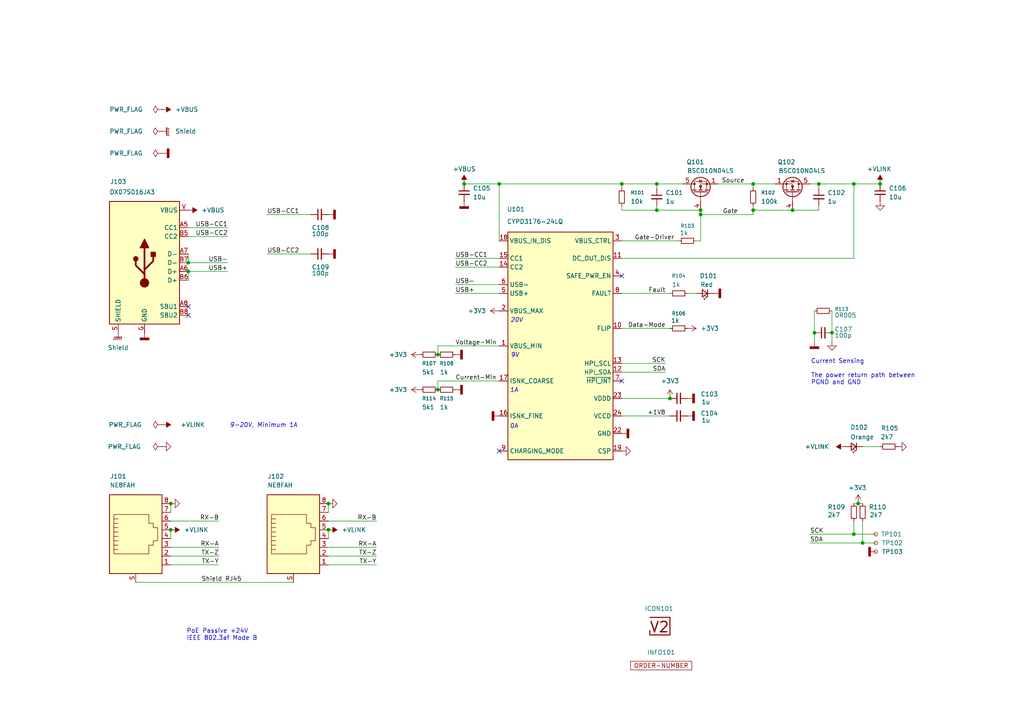
<source format=kicad_sch>
(kicad_sch (version 20250114) (generator "eeschema") (generator_version "9.0")
  (paper "A4")
  (title_block (title "V2 Power Link USB") (date "2026-01-19") (rev "1") (company "Versio Duo"))
  (lib_symbols
    (symbol "V2_Artwork:V2-logo" (in_bom no)
      (property "Reference" "ICON" (at -3.302 3.81 0))
      (symbol "V2-logo_1_0"
        (polyline (pts (xy -3.302 2.54) (xy 2.54 2.54) (xy 2.54 -2.54) (xy -3.302 -2.54) (xy -3.302 -1.27)) (stroke (width 0.3)))
      )
      (symbol "V2-logo_1_1"
        (text "V2" (at -0.508 -0.254 0) (effects (font (size 3 3) (thickness 0.375))))
      )
    )
    (symbol "V2_Connector:TestPoint_1.0mm_Drill0.5mm" (pin_numbers (hide yes)) (pin_names (offset 0.762) (hide yes)) (exclude_from_sim yes) (in_bom no)
      (property "Reference" "TP" (at 0 3.81 0))
      (symbol "TestPoint_1.0mm_Drill0.5mm_0_1"
        (circle (center 0 0) (radius 0.508))
      )
      (symbol "TestPoint_1.0mm_Drill0.5mm_1_1"
        (pin passive line (at 0 0 90) (length 0) (name "1") (number "1"))
      )
    )
    (symbol "V2_Connector_EtherCon:NE8FAH" (pin_names (offset 1.016))
      (property "Reference" "J" (at -5.08 17.78 0))
      (property "Value" "NE8FAH" (at 2.54 13.97 0))
      (symbol "NE8FAH_0_1"
        (polyline (pts (xy -6.35 1.905) (xy -5.08 1.905) (xy -5.08 1.905)))
        (polyline (pts (xy -6.35 0.635) (xy -5.08 0.635) (xy -5.08 0.635)))
        (polyline (pts (xy -6.35 -0.635) (xy -5.08 -0.635) (xy -5.08 -0.635)))
        (polyline (pts (xy -6.35 -1.905) (xy -5.08 -1.905) (xy -5.08 -1.905)))
        (polyline (pts (xy -6.35 -3.175) (xy -5.08 -3.175) (xy -5.08 -3.175)))
        (polyline (pts (xy -6.35 -4.445) (xy -6.35 6.985) (xy 3.81 6.985) (xy 3.81 4.445) (xy 5.08 4.445) (xy 5.08 3.175) (xy 6.35 3.175) (xy 6.35 -0.635) (xy 5.08 -0.635) (xy 5.08 -1.905) (xy 3.81 -1.905) (xy 3.81 -4.445) (xy -6.35 -4.445) (xy -6.35 -4.445)))
        (polyline (pts (xy -5.08 5.715) (xy -6.35 5.715)))
        (polyline (pts (xy -5.08 4.445) (xy -6.35 4.445)))
        (polyline (pts (xy -5.08 3.175) (xy -6.35 3.175) (xy -6.35 3.175)))
        (rectangle (start 7.62 12.7) (end -7.62 -10.16) (stroke (width 0.254)) (fill (type background)))
      )
      (symbol "NE8FAH_1_1"
        (pin passive line (at 0 -12.7 90) (length 2.54) (name "") (number "S"))
        (pin passive line (at 10.16 10.16 180) (length 2.54) (name "~") (number "8"))
        (pin passive line (at 10.16 7.62 180) (length 2.54) (name "~") (number "7"))
        (pin passive line (at 10.16 5.08 180) (length 2.54) (name "~") (number "6"))
        (pin passive line (at 10.16 2.54 180) (length 2.54) (name "~") (number "5"))
        (pin passive line (at 10.16 0 180) (length 2.54) (name "~") (number "4"))
        (pin passive line (at 10.16 -2.54 180) (length 2.54) (name "~") (number "3"))
        (pin passive line (at 10.16 -5.08 180) (length 2.54) (name "~") (number "2"))
        (pin passive line (at 10.16 -7.62 180) (length 2.54) (name "~") (number "1"))
      )
    )
    (symbol "V2_Connector_USB:JAE_DX07S016JA3"
      (property "Reference" "J" (at -10.16 22.86 0))
      (property "Value" "DX07S016JA3" (at -10.16 20.5 0))
      (symbol "JAE_DX07S016JA3_0_1"
        (rectangle (start -10.16 17.78) (end 10.16 -17.78) (stroke (width 0.254)) (fill (type background)))
        (circle (center -2.54 1.143) (radius 0.635) (stroke (width 0.254)) (fill (type outline)))
        (polyline (pts (xy -1.27 4.318) (xy 0 6.858) (xy 1.27 4.318) (xy -1.27 4.318)) (stroke (width 0.254)) (fill (type outline)))
        (polyline (pts (xy 0 -2.032) (xy 2.54 0.508) (xy 2.54 1.778)) (stroke (width 0.508)))
        (polyline (pts (xy 0 -3.302) (xy -2.54 -0.762) (xy -2.54 0.508)) (stroke (width 0.508)))
        (polyline (pts (xy 0 -5.842) (xy 0 4.318)) (stroke (width 0.508)))
        (circle (center 0 -5.842) (radius 1.27) (fill (type outline)))
        (rectangle (start 1.905 1.778) (end 3.175 3.048) (stroke (width 0.254)) (fill (type outline)))
      )
      (symbol "JAE_DX07S016JA3_1_1"
        (pin passive line (at -7.62 -20.32 90) (length 2.54) (name "SHIELD") (number "S"))
        (pin passive line (at 0 -20.32 90) (length 2.54) (name "GND") (number "G"))
        (pin passive line (at 12.7 15.24 180) (length 2.54) (name "VBUS") (number "V"))
        (pin bidirectional line (at 12.7 10.16 180) (length 2.54) (name "CC1") (number "A5"))
        (pin bidirectional line (at 12.7 7.62 180) (length 2.54) (name "CC2") (number "B5"))
        (pin bidirectional line (at 12.7 2.54 180) (length 2.54) (name "D-") (number "A7"))
        (pin bidirectional line (at 12.7 0 180) (length 2.54) (name "D-") (number "B7"))
        (pin bidirectional line (at 12.7 -2.54 180) (length 2.54) (name "D+") (number "A6"))
        (pin bidirectional line (at 12.7 -5.08 180) (length 2.54) (name "D+") (number "B6"))
        (pin bidirectional line (at 12.7 -12.7 180) (length 2.54) (name "SBU1") (number "A8"))
        (pin bidirectional line (at 12.7 -15.24 180) (length 2.54) (name "SBU2") (number "B8"))
      )
    )
    (symbol "V2_Device:C_0603_100p" (pin_numbers (hide yes)) (pin_names (offset 0.254) (hide yes))
      (property "Reference" "C" (at 1.524 1.778 0))
      (property "Value" "100p" (at 1.524 -2.032 0))
      (symbol "C_0603_100p_0_1"
        (polyline (pts (xy -1.524 0.508) (xy 1.524 0.508)) (stroke (width 0.3048)))
        (polyline (pts (xy -1.524 -0.508) (xy 1.524 -0.508)) (stroke (width 0.3302)))
      )
      (symbol "C_0603_100p_1_1"
        (pin passive line (at 0 2.54 270) (length 2.032) (name "~") (number "1"))
        (pin passive line (at 0 -2.54 90) (length 2.032) (name "~") (number "2"))
      )
    )
    (symbol "V2_Device:C_0603_1u" (pin_numbers (hide yes)) (pin_names (offset 0.254) (hide yes))
      (property "Reference" "C" (at 1.524 1.778 0))
      (property "Value" "1u" (at 1.524 -2.032 0))
      (symbol "C_0603_1u_0_1"
        (polyline (pts (xy -1.524 0.508) (xy 1.524 0.508)) (stroke (width 0.3048)))
        (polyline (pts (xy -1.524 -0.508) (xy 1.524 -0.508)) (stroke (width 0.3302)))
      )
      (symbol "C_0603_1u_1_1"
        (pin passive line (at 0 2.54 270) (length 2.032) (name "~") (number "1"))
        (pin passive line (at 0 -2.54 90) (length 2.032) (name "~") (number "2"))
      )
    )
    (symbol "V2_Device:C_1210_10u" (pin_numbers (hide yes)) (pin_names (offset 0.254) (hide yes))
      (property "Reference" "C" (at 1.524 1.778 0))
      (property "Value" "10u" (at 1.524 -2.032 0))
      (symbol "C_1210_10u_0_1"
        (polyline (pts (xy -1.524 0.508) (xy 1.524 0.508)) (stroke (width 0.3048)))
        (polyline (pts (xy -1.524 -0.508) (xy 1.524 -0.508)) (stroke (width 0.3302)))
      )
      (symbol "C_1210_10u_1_1"
        (pin passive line (at 0 2.54 270) (length 2.032) (name "~") (number "1"))
        (pin passive line (at 0 -2.54 90) (length 2.032) (name "~") (number "2"))
      )
    )
    (symbol "V2_Device:LED_0603_Orange" (pin_numbers (hide yes)) (pin_names (offset 0.254) (hide yes))
      (property "Reference" "D" (at 0 5.588 0))
      (property "Value" "Orange" (at 0 3.556 0))
      (symbol "LED_0603_Orange_0_1"
        (polyline (pts (xy -0.762 -1.016) (xy -0.762 1.016)) (stroke (width 0.254)))
        (polyline (pts (xy 0 0.762) (xy -0.508 1.27) (xy -0.254 1.27) (xy -0.508 1.27) (xy -0.508 1.016)))
        (polyline (pts (xy 0.508 1.27) (xy 0 1.778) (xy 0.254 1.778) (xy 0 1.778) (xy 0 1.524)))
        (polyline (pts (xy 0.762 -1.016) (xy -0.762 0) (xy 0.762 1.016) (xy 0.762 -1.016)) (stroke (width 0.254)))
        (polyline (pts (xy 1.016 0) (xy -0.762 0)))
      )
      (symbol "LED_0603_Orange_1_1"
        (pin passive line (at -2.54 0 0) (length 1.778) (name "K") (number "1"))
        (pin passive line (at 2.54 0 180) (length 1.778) (name "A") (number "2"))
      )
    )
    (symbol "V2_Device:LED_0603_Red" (pin_numbers (hide yes)) (pin_names (offset 0.254) (hide yes))
      (property "Reference" "D" (at 0 5.588 0))
      (property "Value" "Red" (at 0 3.556 0))
      (symbol "LED_0603_Red_0_1"
        (polyline (pts (xy -0.762 -1.016) (xy -0.762 1.016)) (stroke (width 0.254)))
        (polyline (pts (xy 0 0.762) (xy -0.508 1.27) (xy -0.254 1.27) (xy -0.508 1.27) (xy -0.508 1.016)))
        (polyline (pts (xy 0.508 1.27) (xy 0 1.778) (xy 0.254 1.778) (xy 0 1.778) (xy 0 1.524)))
        (polyline (pts (xy 0.762 -1.016) (xy -0.762 0) (xy 0.762 1.016) (xy 0.762 -1.016)) (stroke (width 0.254)))
        (polyline (pts (xy 1.016 0) (xy -0.762 0)))
      )
      (symbol "LED_0603_Red_1_1"
        (pin passive line (at -2.54 0 0) (length 1.778) (name "K") (number "1"))
        (pin passive line (at 2.54 0 180) (length 1.778) (name "A") (number "2"))
      )
    )
    (symbol "V2_Device:R_0603_100k" (pin_numbers (hide yes)) (pin_names (offset 0.254) (hide yes))
      (property "Reference" "R" (at 2.032 1.27 0))
      (property "Value" "100k" (at 3.81 -1.27 0))
      (symbol "R_0603_100k_0_1"
        (rectangle (start -0.762 1.778) (end 0.762 -1.778) (stroke (width 0.2032)))
      )
      (symbol "R_0603_100k_1_1"
        (pin passive line (at 0 2.54 270) (length 0.762) (name "~") (number "1"))
        (pin passive line (at 0 -2.54 90) (length 0.762) (name "~") (number "2"))
      )
    )
    (symbol "V2_Device:R_0603_10k" (pin_numbers (hide yes)) (pin_names (offset 0.254) (hide yes))
      (property "Reference" "R" (at 2.032 1.27 0))
      (property "Value" "10k" (at 3.302 -1.27 0))
      (symbol "R_0603_10k_0_1"
        (rectangle (start -0.762 1.778) (end 0.762 -1.778) (stroke (width 0.2032)))
      )
      (symbol "R_0603_10k_1_1"
        (pin passive line (at 0 2.54 270) (length 0.762) (name "~") (number "1"))
        (pin passive line (at 0 -2.54 90) (length 0.762) (name "~") (number "2"))
      )
    )
    (symbol "V2_Device:R_0603_1k" (pin_numbers (hide yes)) (pin_names (offset 0.254) (hide yes))
      (property "Reference" "R" (at 1.778 1.27 0))
      (property "Value" "1k" (at 1.778 -1.27 0))
      (symbol "R_0603_1k_0_1"
        (rectangle (start -0.762 1.778) (end 0.762 -1.778) (stroke (width 0.2032)))
      )
      (symbol "R_0603_1k_1_1"
        (pin passive line (at 0 2.54 270) (length 0.762) (name "~") (number "1"))
        (pin passive line (at 0 -2.54 90) (length 0.762) (name "~") (number "2"))
      )
    )
    (symbol "V2_Device:R_0603_2k7" (pin_numbers (hide yes)) (pin_names (offset 0.254) (hide yes))
      (property "Reference" "R" (at 1.778 1.27 0))
      (property "Value" "2k7" (at 1.778 -1.27 0))
      (symbol "R_0603_2k7_0_1"
        (rectangle (start -0.762 1.778) (end 0.762 -1.778) (stroke (width 0.2032)))
      )
      (symbol "R_0603_2k7_1_1"
        (pin passive line (at 0 2.54 270) (length 0.762) (name "~") (number "1"))
        (pin passive line (at 0 -2.54 90) (length 0.762) (name "~") (number "2"))
      )
    )
    (symbol "V2_Device:R_0603_5k1" (pin_numbers (hide yes)) (pin_names (offset 0.254) (hide yes))
      (property "Reference" "R" (at 2.032 1.27 0))
      (property "Value" "5k1" (at 3.302 -1.27 0))
      (symbol "R_0603_5k1_0_1"
        (rectangle (start -0.762 1.778) (end 0.762 -1.778) (stroke (width 0.2032)))
      )
      (symbol "R_0603_5k1_1_1"
        (pin passive line (at 0 2.54 270) (length 0.762) (name "~") (number "1"))
        (pin passive line (at 0 -2.54 90) (length 0.762) (name "~") (number "2"))
      )
    )
    (symbol "V2_Device:R_1210_0R005" (pin_numbers (hide yes)) (pin_names (offset 0.254) (hide yes))
      (property "Reference" "R" (at 1.778 1.27 0))
      (property "Value" "0R005" (at 1.778 -1.016 0))
      (symbol "R_1210_0R005_0_1"
        (rectangle (start -0.762 1.778) (end 0.762 -1.778) (stroke (width 0.2032)))
      )
      (symbol "R_1210_0R005_1_1"
        (pin passive line (at 0 2.54 270) (length 0.762) (name "~") (number "1"))
        (pin passive line (at 0 -2.54 90) (length 0.762) (name "~") (number "2"))
      )
    )
    (symbol "V2_Interface_USB:CYPD3176-24LQ"
      (property "Reference" "U101" (at -12.954 37.084 0))
      (property "Value" "CYPD3176-24LQ" (at -7.366 33.528 0))
      (symbol "CYPD3176-24LQ_0_1"
        (rectangle (start -15.24 30.48) (end 15.24 -35.56) (stroke (width 0.254)) (fill (type background)))
      )
      (symbol "CYPD3176-24LQ_1_1"
        (pin power_in line (at -17.78 27.94 0) (length 2.54) (name "VBUS_IN_DIS") (number "18"))
        (pin bidirectional line (at -17.78 22.86 0) (length 2.54) (name "CC1") (number "15"))
        (pin bidirectional line (at -17.78 20.32 0) (length 2.54) (name "CC2") (number "14"))
        (pin input line (at -17.78 15.24 0) (length 2.54) (name "USB-") (number "6"))
        (pin input line (at -17.78 12.7 0) (length 2.54) (name "USB+") (number "5"))
        (pin input line (at -17.78 7.62 0) (length 2.54) (name "VBUS_MAX") (number "2"))
        (pin input line (at -17.78 -2.54 0) (length 2.54) (name "VBUS_MIN") (number "1"))
        (pin input line (at -17.78 -12.7 0) (length 2.54) (name "ISNK_COARSE") (number "17"))
        (pin input line (at -17.78 -22.86 0) (length 2.54) (name "ISNK_FINE") (number "16"))
        (pin output line (at -17.78 -33.02 0) (length 2.54) (name "CHARGING_MODE") (number "9"))
        (pin no_connect line (at 0 -43.18 180) (length 2.54) (hide yes) (name "NC") (number "21"))
        (pin no_connect line (at 0 -45.72 180) (length 2.54) (hide yes) (name "NC") (number "20"))
        (pin output line (at 17.78 27.94 180) (length 2.54) (name "VBUS_CTRL") (number "3"))
        (pin input line (at 17.78 22.86 180) (length 2.54) (name "DC_OUT_DIS") (number "11"))
        (pin output line (at 17.78 17.78 180) (length 2.54) (name "SAFE_PWR_EN") (number "4"))
        (pin bidirectional line (at 17.78 12.7 180) (length 2.54) (name "FAULT") (number "8"))
        (pin output line (at 17.78 2.54 180) (length 2.54) (name "FLIP") (number "10"))
        (pin bidirectional line (at 17.78 -7.62 180) (length 2.54) (name "HPI_SCL") (number "13"))
        (pin bidirectional line (at 17.78 -10.16 180) (length 2.54) (name "HPI_SDA") (number "12"))
        (pin input line (at 17.78 -12.7 180) (length 2.54) (name "~{HPI_INT}") (number "7"))
        (pin power_out line (at 17.78 -17.78 180) (length 2.54) (name "VDDD") (number "23"))
        (pin power_out line (at 17.78 -22.86 180) (length 2.54) (name "VCCD") (number "24"))
        (pin power_in line (at 17.78 -27.94 180) (length 2.54) (name "GND") (number "22"))
        (pin passive line (at 17.78 -27.94 180) (length 2.54) (hide yes) (name "GND") (number "25"))
        (pin power_in line (at 17.78 -33.02 180) (length 2.54) (name "CSP") (number "19"))
      )
    )
    (symbol "V2_Production:Order_Number" (in_bom no)
      (property "Reference" "INFO" (at 0 2.54 0))
      (symbol "Order_Number_0_0"
        (text "ORDER-NUMBER" (at 0 0 0) (effects (font (size 1.27 1.27))))
      )
      (symbol "Order_Number_0_1"
        (rectangle (start -8.89 1.27) (end 8.89 -1.27))
      )
    )
    (symbol "V2_Transistor_FET:BSC010N04LS" (pin_names (hide yes))
      (property "Reference" "Q" (at 5.08 1.905 0))
      (property "Value" "BSC010N04LS" (at 5.08 0 0))
      (symbol "BSC010N04LS_0_1"
        (polyline (pts (xy 0.254 1.905) (xy 0.254 -1.905)) (stroke (width 0.254)))
        (polyline (pts (xy 0.254 0) (xy -2.54 0)))
        (polyline (pts (xy 0.762 2.286) (xy 0.762 1.27)) (stroke (width 0.254)))
        (polyline (pts (xy 0.762 0.508) (xy 0.762 -0.508)) (stroke (width 0.254)))
        (polyline (pts (xy 0.762 -1.27) (xy 0.762 -2.286)) (stroke (width 0.254)))
        (polyline (pts (xy 0.762 -1.778) (xy 3.302 -1.778) (xy 3.302 1.778) (xy 0.762 1.778)))
        (polyline (pts (xy 1.016 0) (xy 2.032 0.381) (xy 2.032 -0.381) (xy 1.016 0)) (fill (type outline)))
        (circle (center 1.651 0) (radius 2.794) (stroke (width 0.254)))
        (polyline (pts (xy 2.54 2.54) (xy 2.54 1.778)))
        (circle (center 2.54 1.778) (radius 0.254) (fill (type outline)))
        (circle (center 2.54 -1.778) (radius 0.254) (fill (type outline)))
        (polyline (pts (xy 2.54 -2.54) (xy 2.54 0) (xy 0.762 0)))
        (polyline (pts (xy 2.794 0.508) (xy 2.921 0.381) (xy 3.683 0.381) (xy 3.81 0.254)))
        (polyline (pts (xy 3.302 0.381) (xy 2.921 -0.254) (xy 3.683 -0.254) (xy 3.302 0.381)))
      )
      (symbol "BSC010N04LS_1_1"
        (pin passive line (at -5.08 0 0) (length 2.54) (name "G") (number "4"))
        (pin passive line (at 2.54 5.08 270) (length 2.54) (name "D") (number "5"))
        (pin passive line (at 2.54 -5.08 90) (length 2.54) (name "S") (number "1"))
      )
    )
    (symbol "V2_power:+3V3" (power) (pin_numbers (hide yes)) (pin_names (offset 0) (hide yes))
      (property "Value" "+3V3" (at 0 4.064 0))
      (symbol "+3V3_0_1"
        (polyline (pts (xy -0.762 1.27) (xy 0 2.54)))
        (polyline (pts (xy 0 2.54) (xy 0.762 1.27)))
        (polyline (pts (xy 0 0) (xy 0 2.54)))
      )
      (symbol "+3V3_1_1"
        (pin power_in line (at 0 0 90) (length 0) (name "~") (number "1"))
      )
    )
    (symbol "V2_power:+VBUS" (power) (pin_numbers (hide yes)) (pin_names (offset 0) (hide yes))
      (property "Value" "+VBUS" (at 0 4.064 0))
      (symbol "+VBUS_0_1"
        (polyline (pts (xy 0 0) (xy 0 2.54)))
        (polyline (pts (xy 0.762 1.27) (xy -0.762 1.27) (xy 0 2.54) (xy 0.762 1.27)) (fill (type outline)))
      )
      (symbol "+VBUS_1_1"
        (pin power_in line (at 0 0 90) (length 0) (name "~") (number "1"))
      )
    )
    (symbol "V2_power:+VLINK" (power) (pin_numbers (hide yes)) (pin_names (offset 0) (hide yes))
      (property "Value" "+VLINK" (at 0 4.064 0))
      (symbol "+VLINK_0_1"
        (polyline (pts (xy 0 0) (xy 0 2.54)))
        (polyline (pts (xy 0.762 1.27) (xy -0.762 1.27) (xy 0 2.54) (xy 0.762 1.27)) (fill (type outline)))
      )
      (symbol "+VLINK_1_1"
        (pin power_in line (at 0 0 90) (length 0) (name "~") (number "1"))
      )
    )
    (symbol "V2_power:GND" (power) (pin_numbers (hide yes)) (pin_names (offset 0) (hide yes))
      (symbol "GND_0_1"
        (polyline (pts (xy 0 0) (xy 0 -1.27) (xy 1.27 -1.27) (xy 0 -2.54) (xy -1.27 -1.27) (xy 0 -1.27)))
      )
      (symbol "GND_1_1"
        (pin power_in line (at 0 0 270) (length 0) (name "~") (number "1"))
      )
    )
    (symbol "V2_power:PGND" (power) (pin_numbers (hide yes)) (pin_names (offset 0) (hide yes))
      (symbol "PGND_0_1"
        (rectangle (start -1.27 -1.524) (end 1.27 -2.032) (stroke (width 0.254)) (fill (type outline)))
        (polyline (pts (xy 0 0) (xy 0 -1.524)))
      )
      (symbol "PGND_1_1"
        (pin power_in line (at 0 0 270) (length 0) (name "~") (number "1"))
      )
    )
    (symbol "V2_power:PWR_FLAG" (power) (pin_numbers (hide yes)) (pin_names (offset 0) (hide yes))
      (property "Value" "PWR_FLAG" (at 0 4.572 0))
      (symbol "PWR_FLAG_0_0"
        (pin power_out line (at 0 0 90) (length 0) (name "~") (number "1"))
      )
      (symbol "PWR_FLAG_0_1"
        (polyline (pts (xy 0 0) (xy 0 1.27) (xy -1.016 1.905) (xy 0 2.54) (xy 1.016 1.905) (xy 0 1.27)))
      )
    )
    (symbol "V2_power:Shield" (power) (pin_numbers (hide yes)) (pin_names (offset 0) (hide yes))
      (property "Value" "Shield" (at 0 -5.08 0))
      (symbol "Shield_0_1"
        (polyline (pts (xy -1.016 -1.27) (xy -1.27 -2.032) (xy -1.27 -2.032)) (stroke (width 0.2032)))
        (polyline (pts (xy -0.508 -1.27) (xy -0.762 -2.032) (xy -0.762 -2.032)) (stroke (width 0.2032)))
        (polyline (pts (xy 0 -1.27) (xy 0 0)))
        (polyline (pts (xy 0 -1.27) (xy -0.254 -2.032) (xy -0.254 -2.032)) (stroke (width 0.2032)))
        (polyline (pts (xy 0.508 -1.27) (xy 0.254 -2.032) (xy 0.254 -2.032)) (stroke (width 0.2032)))
        (polyline (pts (xy 1.016 -1.27) (xy -1.016 -1.27) (xy -1.016 -1.27)) (stroke (width 0.2032)))
        (polyline (pts (xy 1.016 -1.27) (xy 0.762 -2.032) (xy 0.762 -2.032) (xy 0.762 -2.032)) (stroke (width 0.2032)))
      )
      (symbol "Shield_1_1"
        (pin power_in line (at 0 0 270) (length 0) (name "~") (number "1"))
      )
    )
  )
  (text "0A" (at 149.098 123.698 0) (effects (font (size 1.27 1.27) (italic yes))))
  (text "Current Sensing\n\nThe power return path between\nPGND and GND" (at 235.204 104.14 0) (effects (font (size 1.27 1.27)) (justify left top)))
  (text "9-20V, Minimum 1A" (at 76.454 123.444 0) (effects (font (size 1.27 1.27) (italic yes))))
  (text "20V" (at 149.86 92.964 0) (effects (font (size 1.27 1.27) (italic yes))))
  (text "PoE Passive +24V\nIEEE 802.3af Mode B" (at 54.102 184.15 0) (effects (font (size 1.27 1.27)) (justify left)))
  (text "1A" (at 149.098 113.284 0) (effects (font (size 1.27 1.27) (italic yes))))
  (text "9V" (at 149.352 103.124 0) (effects (font (size 1.27 1.27) (italic yes))))
  (junction (at 190.5 60.96))
  (junction (at 127 102.87))
  (junction (at 194.31 115.57))
  (junction (at 180.34 53.34))
  (junction (at 218.44 60.96))
  (junction (at 190.5 53.34))
  (junction (at 247.65 154.94))
  (junction (at 54.61 76.2))
  (junction (at 95.25 153.67))
  (junction (at 255.27 53.34))
  (junction (at 95.25 146.05))
  (junction (at 250.19 157.48))
  (junction (at 218.44 53.34))
  (junction (at 229.87 60.96))
  (junction (at 49.53 146.05))
  (junction (at 248.92 146.05))
  (junction (at 237.49 53.34))
  (junction (at 203.2 60.96))
  (junction (at 203.2 62.23))
  (junction (at 144.78 53.34))
  (junction (at 247.65 53.34))
  (junction (at 49.53 153.67))
  (junction (at 241.3 96.52))
  (junction (at 236.22 96.52))
  (junction (at 134.62 53.34))
  (junction (at 54.61 78.74))
  (junction (at 127 113.03))
  (no_connect (at 144.78 130.81))
  (no_connect (at 54.61 88.9))
  (no_connect (at 180.34 80.01))
  (no_connect (at 54.61 91.44))
  (no_connect (at 180.34 110.49))
  (wire (pts (xy 127 102.87) (xy 127 100.33)))
  (wire (pts (xy 95.25 146.05) (xy 95.25 148.59)))
  (wire (pts (xy 218.44 62.23) (xy 203.2 62.23)))
  (wire (pts (xy 144.78 69.85) (xy 144.78 53.34)))
  (wire (pts (xy 247.65 53.34) (xy 255.27 53.34)))
  (wire (pts (xy 237.49 53.34) (xy 234.95 53.34)))
  (wire (pts (xy 241.3 90.17) (xy 241.3 96.52)))
  (wire (pts (xy 218.44 54.61) (xy 218.44 53.34)))
  (wire (pts (xy 39.37 168.91) (xy 85.09 168.91)))
  (wire (pts (xy 127 110.49) (xy 144.78 110.49)))
  (wire (pts (xy 180.34 53.34) (xy 190.5 53.34)))
  (wire (pts (xy 180.34 107.95) (xy 193.04 107.95)))
  (wire (pts (xy 77.47 62.23) (xy 90.17 62.23)))
  (wire (pts (xy 218.44 60.96) (xy 218.44 62.23)))
  (wire (pts (xy 132.08 85.09) (xy 144.78 85.09)))
  (wire (pts (xy 95.25 151.13) (xy 109.22 151.13)))
  (wire (pts (xy 180.34 105.41) (xy 193.04 105.41)))
  (wire (pts (xy 95.25 158.75) (xy 109.22 158.75)))
  (wire (pts (xy 144.78 53.34) (xy 180.34 53.34)))
  (wire (pts (xy 180.34 54.61) (xy 180.34 53.34)))
  (wire (pts (xy 201.93 85.09) (xy 199.39 85.09)))
  (wire (pts (xy 250.19 151.13) (xy 250.19 157.48)))
  (wire (pts (xy 180.34 120.65) (xy 194.31 120.65)))
  (wire (pts (xy 77.47 73.66) (xy 90.17 73.66)))
  (wire (pts (xy 180.34 85.09) (xy 194.31 85.09)))
  (wire (pts (xy 54.61 73.66) (xy 54.61 76.2)))
  (wire (pts (xy 95.25 163.83) (xy 109.22 163.83)))
  (wire (pts (xy 54.61 66.04) (xy 66.04 66.04)))
  (wire (pts (xy 208.28 53.34) (xy 218.44 53.34)))
  (wire (pts (xy 247.65 53.34) (xy 237.49 53.34)))
  (wire (pts (xy 134.62 53.34) (xy 144.78 53.34)))
  (wire (pts (xy 190.5 60.96) (xy 203.2 60.96)))
  (wire (pts (xy 247.65 53.34) (xy 247.65 74.93)))
  (wire (pts (xy 132.08 77.47) (xy 144.78 77.47)))
  (wire (pts (xy 203.2 60.96) (xy 203.2 62.23)))
  (wire (pts (xy 49.53 161.29) (xy 63.5 161.29)))
  (wire (pts (xy 218.44 53.34) (xy 224.79 53.34)))
  (wire (pts (xy 254 157.48) (xy 250.19 157.48)))
  (wire (pts (xy 247.65 154.94) (xy 234.95 154.94)))
  (wire (pts (xy 218.44 60.96) (xy 229.87 60.96)))
  (wire (pts (xy 248.92 146.05) (xy 250.19 146.05)))
  (wire (pts (xy 236.22 96.52) (xy 236.22 99.06)))
  (wire (pts (xy 95.25 161.29) (xy 109.22 161.29)))
  (wire (pts (xy 237.49 54.61) (xy 237.49 53.34)))
  (wire (pts (xy 180.34 74.93) (xy 247.65 74.93)))
  (wire (pts (xy 49.53 153.67) (xy 49.53 156.21)))
  (wire (pts (xy 250.19 157.48) (xy 234.95 157.48)))
  (wire (pts (xy 54.61 76.2) (xy 66.04 76.2)))
  (wire (pts (xy 49.53 146.05) (xy 49.53 148.59)))
  (wire (pts (xy 218.44 59.69) (xy 218.44 60.96)))
  (wire (pts (xy 54.61 68.58) (xy 66.04 68.58)))
  (wire (pts (xy 247.65 146.05) (xy 248.92 146.05)))
  (wire (pts (xy 196.85 69.85) (xy 180.34 69.85)))
  (wire (pts (xy 203.2 69.85) (xy 201.93 69.85)))
  (wire (pts (xy 190.5 53.34) (xy 198.12 53.34)))
  (wire (pts (xy 132.08 82.55) (xy 144.78 82.55)))
  (wire (pts (xy 180.34 115.57) (xy 194.31 115.57)))
  (wire (pts (xy 180.34 95.25) (xy 194.31 95.25)))
  (wire (pts (xy 54.61 78.74) (xy 54.61 81.28)))
  (wire (pts (xy 241.3 96.52) (xy 241.3 99.06)))
  (wire (pts (xy 190.5 59.69) (xy 190.5 60.96)))
  (wire (pts (xy 237.49 60.96) (xy 237.49 59.69)))
  (wire (pts (xy 127 113.03) (xy 127 110.49)))
  (wire (pts (xy 247.65 151.13) (xy 247.65 154.94)))
  (wire (pts (xy 49.53 163.83) (xy 63.5 163.83)))
  (wire (pts (xy 255.27 129.54) (xy 250.19 129.54)))
  (wire (pts (xy 54.61 78.74) (xy 66.04 78.74)))
  (wire (pts (xy 132.08 74.93) (xy 144.78 74.93)))
  (wire (pts (xy 229.87 60.96) (xy 237.49 60.96)))
  (wire (pts (xy 49.53 158.75) (xy 63.5 158.75)))
  (wire (pts (xy 236.22 90.17) (xy 236.22 96.52)))
  (wire (pts (xy 180.34 60.96) (xy 190.5 60.96)))
  (wire (pts (xy 190.5 54.61) (xy 190.5 53.34)))
  (wire (pts (xy 247.65 154.94) (xy 254 154.94)))
  (wire (pts (xy 203.2 62.23) (xy 203.2 69.85)))
  (wire (pts (xy 180.34 60.96) (xy 180.34 59.69)))
  (wire (pts (xy 95.25 153.67) (xy 95.25 156.21)))
  (wire (pts (xy 49.53 151.13) (xy 63.5 151.13)))
  (wire (pts (xy 127 100.33) (xy 144.78 100.33)))
  (label "SDA" (at 234.95 157.48 0))
  (label "Data-Mode" (at 193.04 95.25 180))
  (label "RX-B" (at 109.22 151.13 180))
  (label "RX-A" (at 109.22 158.75 180))
  (label "TX-Z" (at 109.22 161.29 180))
  (label "TX-Y" (at 63.5 163.83 180))
  (label "USB-CC2" (at 77.47 73.66 0))
  (label "USB-CC2" (at 66.04 68.58 180))
  (label "Current-Min" (at 132.08 110.49 0))
  (label "RX-A" (at 63.5 158.75 180))
  (label "RX-B" (at 63.5 151.13 180))
  (label "USB-CC1" (at 77.47 62.23 0))
  (label "USB-CC1" (at 132.08 74.93 0))
  (label "Fault" (at 193.04 85.09 180))
  (label "USB-" (at 66.04 76.2 180))
  (label "TX-Y" (at 109.22 163.83 180))
  (label "SCK" (at 193.04 105.41 180))
  (label "TX-Z" (at 63.5 161.29 180))
  (label "USB-CC2" (at 132.08 77.47 0))
  (label "USB+" (at 66.04 78.74 180))
  (label "Source" (at 215.9 53.34 180) (effects (font (italic yes))))
  (label "Shield RJ45" (at 58.42 168.91 0))
  (label "Voltage-Min" (at 132.08 100.33 0))
  (label "USB-" (at 132.08 82.55 0))
  (label "+1V8" (at 193.04 120.65 180))
  (label "SCK" (at 234.95 154.94 0))
  (label "USB-CC1" (at 66.04 66.04 180))
  (label "Gate-Driver" (at 195.58 69.85 180))
  (label "Gate" (at 209.55 62.23 0) (effects (font (italic yes))))
  (label "SDA" (at 193.04 107.95 180))
  (label "USB+" (at 132.08 85.09 0))
  (symbol (lib_id "V2_power:+3V3") (at 199.39 95.25 270) (unit 1)
    (property "Reference" "#PWR0113" (effects (hide yes)))
    (property "Value" "+3V3" (at 203.2 95.2499 90) (effects (justify left)))
    (property "Description" "Power symbol creates a global label with name \"+3V3\"" (effects (hide yes)))
  )
  (symbol (lib_id "V2_Connector:TestPoint_1.0mm_Drill0.5mm") (at 254 160.02 0) (unit 1) (exclude_from_sim yes) (in_bom no)
    (property "Reference" "TP103" (at 255.778 160.02 0) (effects (justify left)))
    (property "Footprint" "V2_TestPoint:TestPoint_THTPad_D1.0mm_Drill0.5mm" (effects (hide yes)))
  )
  (symbol (lib_id "V2_power:PWR_FLAG") (at 46.99 31.75 90) (unit 1)
    (property "Reference" "#FLG0103" (effects (hide yes)))
    (property "Value" "PWR_FLAG" (at 36.576 31.75 90))
    (property "Description" "Special symbol for telling ERC where power comes from" (effects (hide yes)))
  )
  (symbol (lib_id "V2_Device:R_0603_1k") (at 196.85 85.09 90) (unit 1)
    (property "Reference" "R104" (at 196.85 80.01 90) (effects (font (size 1.016 1.016))))
    (property "Value" "1k" (at 196.088 82.55 90))
    (property "Footprint" "V2_Resistor_SMD:R_0603" (effects (hide yes)))
    (property "Description" "Resistor, small symbol" (effects (hide yes)))
    (property "Mouser" "71-CRCW06031K00FKEAH" (effects (hide yes)))
    (property "Product" "CRCW06031K00FKEAHP" (effects (hide yes)))
    (property "Manufacturer" "Vishay" (effects (hide yes)))
    (property "Rating" "330mW" (effects (hide yes)))
  )
  (symbol (lib_id "V2_Device:R_0603_100k") (at 218.44 57.15 0) (unit 1)
    (property "Reference" "R102" (at 220.726 55.88 0) (effects (font (size 1.016 1.016)) (justify left)))
    (property "Value" "100k" (at 220.726 58.42 0) (effects (justify left)))
    (property "Footprint" "V2_Resistor_SMD:R_0603" (effects (hide yes)))
    (property "Description" "Resistor, small symbol" (effects (hide yes)))
    (property "Mouser" "71-CRCW0603100KFKEAC" (effects (hide yes)))
    (property "Rating" "100mW" (effects (hide yes)))
    (property "Manufacturer" "Vishay" (effects (hide yes)))
    (property "Product" "CRCW0603100KFKEAC" (effects (hide yes)))
  )
  (symbol (lib_id "V2_power:PGND") (at 95.25 62.23 90) (unit 1)
    (property "Reference" "#PWR0136" (effects (hide yes)))
    (property "Value" "PGND" (effects (hide yes)))
    (property "Description" "Power symbol creates a global label with name \"PGND\" , digital ground" (effects (hide yes)))
  )
  (symbol (lib_id "V2_power:PGND") (at 134.62 58.42 0) (unit 1)
    (property "Reference" "#PWR0132" (effects (hide yes)))
    (property "Value" "PGND" (effects (hide yes)))
    (property "Description" "Power symbol creates a global label with name \"PGND\" , digital ground" (effects (hide yes)))
  )
  (symbol (lib_id "V2_Device:R_0603_10k") (at 180.34 57.15 0) (unit 1)
    (property "Reference" "R101" (at 182.88 55.8799 0) (effects (font (size 1.016 1.016)) (justify left)))
    (property "Value" "10k" (at 182.88 58.4199 0) (effects (justify left)))
    (property "Footprint" "V2_Resistor_SMD:R_0603" (effects (hide yes)))
    (property "Description" "Resistor, small symbol" (effects (hide yes)))
    (property "Mouser" "71-CRCW060310K0FKEAC" (effects (hide yes)))
    (property "Product" "CRCW060310K0FKEAC" (effects (hide yes)))
    (property "Manufacturer" "Vishay" (effects (hide yes)))
    (property "Rating" "100mW" (effects (hide yes)))
  )
  (symbol (lib_id "V2_Device:R_0603_2k7") (at 250.19 148.59 0) (unit 1)
    (property "Reference" "R110" (at 251.968 147.066 0) (effects (justify left)))
    (property "Value" "2k7" (at 252.222 149.352 0) (effects (justify left)))
    (property "Footprint" "V2_Resistor_SMD:R_0603" (effects (hide yes)))
    (property "Description" "Resistor, small symbol" (effects (hide yes)))
    (property "Mouser" "71-CRCW06032K70FKEAC" (effects (hide yes)))
    (property "Product" "CRCW06032K70FKEAC" (effects (hide yes)))
    (property "Manufacturer" "Vishay" (effects (hide yes)))
    (property "Rating" "100mW" (effects (hide yes)))
  )
  (symbol (lib_id "V2_power:PWR_FLAG") (at 46.99 38.1 90) (unit 1)
    (property "Reference" "#FLG0105" (effects (hide yes)))
    (property "Value" "PWR_FLAG" (at 36.576 38.1 90))
    (property "Description" "Special symbol for telling ERC where power comes from" (effects (hide yes)))
  )
  (symbol (lib_id "V2_power:+3V3") (at 248.92 146.05 0) (unit 1)
    (property "Reference" "#PWR0117" (effects (hide yes)))
    (property "Value" "+3V3" (at 248.666 141.478 0))
    (property "Description" "Power symbol creates a global label with name \"+3V3\"" (effects (hide yes)))
  )
  (symbol (lib_id "V2_power:PGND") (at 207.01 85.09 90) (unit 1)
    (property "Reference" "#PWR0109" (effects (hide yes)))
    (property "Value" "PGND" (effects (hide yes)))
    (property "Description" "Power symbol creates a global label with name \"PGND\" , digital ground" (effects (hide yes)))
  )
  (symbol (lib_id "V2_Device:R_0603_1k") (at 199.39 69.85 90) (unit 1)
    (property "Reference" "R103" (at 199.39 65.532 90) (effects (font (size 1.016 1.016))))
    (property "Value" "1k" (at 198.374 67.564 90))
    (property "Footprint" "V2_Resistor_SMD:R_0603" (effects (hide yes)))
    (property "Description" "Resistor, small symbol" (effects (hide yes)))
    (property "Mouser" "71-CRCW06031K00FKEAH" (effects (hide yes)))
    (property "Product" "CRCW06031K00FKEAHP" (effects (hide yes)))
    (property "Manufacturer" "Vishay" (effects (hide yes)))
    (property "Rating" "330mW" (effects (hide yes)))
  )
  (symbol (lib_id "V2_power:PWR_FLAG") (at 46.99 44.45 90) (unit 1)
    (property "Reference" "#FLG0104" (effects (hide yes)))
    (property "Value" "PWR_FLAG" (at 36.576 44.45 90))
    (property "Description" "Special symbol for telling ERC where power comes from" (effects (hide yes)))
  )
  (symbol (lib_id "V2_power:+VLINK") (at 255.27 53.34 0) (unit 1)
    (property "Reference" "#PWR0108" (effects (hide yes)))
    (property "Value" "+VLINK" (at 251.46 49.022 0) (effects (justify left)))
    (property "Description" "Power symbol creates a global label with name \"+VLINK\"" (effects (hide yes)))
  )
  (symbol (lib_id "V2_Device:C_0603_100p") (at 92.71 62.23 90) (unit 1)
    (property "Reference" "C108" (at 90.424 66.04 90) (effects (justify right)))
    (property "Value" "100p" (at 90.424 67.818 90) (effects (justify right)))
    (property "Footprint" "V2_Capacitor_SMD:C_0603" (effects (hide yes)))
    (property "Description" "Unpolarized capacitor, small symbol" (effects (hide yes)))
    (property "Mouser" "603-CC603JRNPO9BN101" (effects (hide yes)))
    (property "Manufacturer" "YAGEO" (effects (hide yes)))
    (property "Product" "CC0603JRNPO9BN101" (effects (hide yes)))
    (property "Rating" "50V" (effects (hide yes)))
  )
  (symbol (lib_id "V2_power:GND") (at 46.99 129.54 90) (unit 1)
    (property "Reference" "#PWR0102" (effects (hide yes)))
    (property "Value" "GND" (effects (hide yes)))
    (property "Description" "Power symbol creates a global label with name \"GND\" , ground" (effects (hide yes)))
  )
  (symbol (lib_id "V2_power:GND") (at 241.3 99.06 0) (unit 1)
    (property "Reference" "#PWR0129" (effects (hide yes)))
    (property "Value" "GND" (effects (hide yes)))
    (property "Description" "Power symbol creates a global label with name \"GND\" , ground" (effects (hide yes)))
  )
  (symbol (lib_id "V2_power:PGND") (at 95.25 73.66 90) (unit 1)
    (property "Reference" "#PWR0137" (effects (hide yes)))
    (property "Value" "PGND" (effects (hide yes)))
    (property "Description" "Power symbol creates a global label with name \"PGND\" , digital ground" (effects (hide yes)))
  )
  (symbol (lib_id "V2_Connector:TestPoint_1.0mm_Drill0.5mm") (at 254 157.48 0) (unit 1) (exclude_from_sim yes) (in_bom no)
    (property "Reference" "TP102" (at 255.778 157.48 0) (effects (justify left)))
    (property "Footprint" "V2_TestPoint:TestPoint_THTPad_D1.0mm_Drill0.5mm" (effects (hide yes)))
  )
  (symbol (lib_id "V2_power:+VBUS") (at 46.99 31.75 270) (unit 1)
    (property "Reference" "#PWR0114" (effects (hide yes)))
    (property "Value" "+VBUS" (at 50.8 31.7499 90) (effects (justify left)))
    (property "Description" "Power symbol creates a global label with name \"+VBUS\"" (effects (hide yes)))
  )
  (symbol (lib_id "V2_Transistor_FET:BSC010N04LS") (at 203.2 55.88 90) (unit 1)
    (property "Reference" "Q101" (at 201.676 46.99 90))
    (property "Value" "BSC010N04LS" (at 212.852 49.53 90) (effects (justify left)))
    (property "Footprint" "V2_Package_TO_SOT_SMD:TDSON-8-FL" (effects (hide yes)))
    (property "Mouser" "726-BSC010N04LS" (effects (hide yes)))
    (property "Product" "BSC010N04LS" (effects (hide yes)))
    (property "Manufacturer" "Infineon Technologies" (effects (hide yes)))
  )
  (symbol (lib_id "V2_power:PGND") (at 46.99 44.45 90) (unit 1)
    (property "Reference" "#PWR0118" (effects (hide yes)))
    (property "Value" "PGND" (effects (hide yes)))
    (property "Description" "Power symbol creates a global label with name \"PGND\" , digital ground" (effects (hide yes)))
  )
  (symbol (lib_id "V2_Artwork:V2-logo") (at 191.77 181.61 0) (unit 1) (exclude_from_sim yes) (in_bom no)
    (property "Reference" "ICON101" (at 186.944 176.53 0) (effects (justify left)))
    (property "Value" "V2-logo" (effects (hide yes)))
    (property "Footprint" "V2_Artwork:Logo_Small" (effects (hide yes)))
  )
  (symbol (lib_id "V2_power:+VLINK") (at 46.99 123.19 270) (unit 1)
    (property "Reference" "#PWR0101" (effects (hide yes)))
    (property "Value" "+VLINK" (at 55.88 123.19 90))
    (property "Description" "Power symbol creates a global label with name \"+VLINK\"" (effects (hide yes)))
  )
  (symbol (lib_id "V2_Device:R_0603_2k7") (at 247.65 148.59 0) (unit 1)
    (property "Reference" "R109" (at 240.03 147.066 0) (effects (justify left)))
    (property "Value" "2k7" (at 240.03 149.352 0) (effects (justify left)))
    (property "Footprint" "V2_Resistor_SMD:R_0603" (effects (hide yes)))
    (property "Description" "Resistor, small symbol" (effects (hide yes)))
    (property "Mouser" "71-CRCW06032K70FKEAC" (effects (hide yes)))
    (property "Product" "CRCW06032K70FKEAC" (effects (hide yes)))
    (property "Manufacturer" "Vishay" (effects (hide yes)))
    (property "Rating" "100mW" (effects (hide yes)))
  )
  (symbol (lib_id "V2_Connector:TestPoint_1.0mm_Drill0.5mm") (at 254 154.94 0) (unit 1) (exclude_from_sim yes) (in_bom no)
    (property "Reference" "TP101" (at 255.524 154.94 0) (effects (justify left)))
    (property "Footprint" "V2_TestPoint:TestPoint_THTPad_D1.0mm_Drill0.5mm" (effects (hide yes)))
  )
  (symbol (lib_id "V2_Device:C_0603_1u") (at 196.85 115.57 90) (unit 1)
    (property "Reference" "C103" (at 205.74 114.3 90))
    (property "Value" "1u" (at 204.724 116.586 90))
    (property "Footprint" "V2_Capacitor_SMD:C_0603" (effects (hide yes)))
    (property "Description" "Unpolarized capacitor, small symbol" (effects (hide yes)))
    (property "Mouser" "603-CC603KRX7R9BB105" (effects (hide yes)))
    (property "Product" "CC0603KRX7R9BB105" (effects (hide yes)))
    (property "Manufacturer" "YAGEO" (effects (hide yes)))
    (property "Rating" "50V" (effects (hide yes)))
  )
  (symbol (lib_id "V2_power:+3V3") (at 194.31 115.57 0) (unit 1)
    (property "Reference" "#PWR0121" (effects (hide yes)))
    (property "Value" "+3V3" (at 194.31 110.49 0))
    (property "Description" "Power symbol creates a global label with name \"+3V3\"" (effects (hide yes)))
  )
  (symbol (lib_id "V2_power:+VBUS") (at 134.62 53.34 0) (unit 1)
    (property "Reference" "#PWR0107" (effects (hide yes)))
    (property "Value" "+VBUS" (at 131.318 49.022 0) (effects (justify left)))
    (property "Description" "Power symbol creates a global label with name \"+VBUS\"" (effects (hide yes)))
  )
  (symbol (lib_id "V2_Device:R_0603_1k") (at 196.85 95.25 90) (unit 1)
    (property "Reference" "R106" (at 196.85 90.932 90) (effects (font (size 1.016 1.016))))
    (property "Value" "1k" (at 195.834 92.964 90))
    (property "Footprint" "V2_Resistor_SMD:R_0603" (effects (hide yes)))
    (property "Description" "Resistor, small symbol" (effects (hide yes)))
    (property "Mouser" "71-CRCW06031K00FKEAH" (effects (hide yes)))
    (property "Product" "CRCW06031K00FKEAHP" (effects (hide yes)))
    (property "Manufacturer" "Vishay" (effects (hide yes)))
    (property "Rating" "330mW" (effects (hide yes)))
  )
  (symbol (lib_id "V2_power:Shield") (at 46.99 38.1 90) (unit 1)
    (property "Reference" "#PWR0120" (effects (hide yes)))
    (property "Value" "Shield" (at 53.848 38.1 90))
    (property "Description" "Power symbol creates a global label with name \"Shield\"" (effects (hide yes)))
  )
  (symbol (lib_id "V2_power:PGND") (at 254 160.02 270) (unit 1)
    (property "Reference" "#PWR0123" (effects (hide yes)))
    (property "Value" "PGND" (effects (hide yes)))
    (property "Description" "Power symbol creates a global label with name \"PGND\" , digital ground" (effects (hide yes)))
  )
  (symbol (lib_id "V2_power:PWR_FLAG") (at 46.99 129.54 90) (unit 1)
    (property "Reference" "#FLG0102" (effects (hide yes)))
    (property "Value" "PWR_FLAG" (at 36.068 129.54 90))
    (property "Description" "Special symbol for telling ERC where power comes from" (effects (hide yes)))
  )
  (symbol (lib_id "V2_Device:C_0603_100p") (at 238.76 96.52 90) (unit 1)
    (property "Reference" "C107" (at 242.062 95.504 90) (effects (justify right)))
    (property "Value" "100p" (at 242.062 97.282 90) (effects (justify right)))
    (property "Footprint" "V2_Capacitor_SMD:C_0603" (effects (hide yes)))
    (property "Description" "Unpolarized capacitor, small symbol" (effects (hide yes)))
    (property "Mouser" "603-CC603JRNPO9BN101" (effects (hide yes)))
    (property "Manufacturer" "YAGEO" (effects (hide yes)))
    (property "Product" "CC0603JRNPO9BN101" (effects (hide yes)))
    (property "Rating" "50V" (effects (hide yes)))
  )
  (symbol (lib_id "V2_Device:R_0603_1k") (at 129.54 102.87 90) (unit 1)
    (property "Reference" "R108" (at 129.54 105.41 90) (effects (font (size 1.016 1.016))))
    (property "Value" "1k" (at 128.778 107.95 90))
    (property "Footprint" "V2_Resistor_SMD:R_0603" (effects (hide yes)))
    (property "Description" "Resistor, small symbol" (effects (hide yes)))
    (property "Mouser" "71-CRCW06031K00FKEAH" (effects (hide yes)))
    (property "Product" "CRCW06031K00FKEAHP" (effects (hide yes)))
    (property "Manufacturer" "Vishay" (effects (hide yes)))
    (property "Rating" "330mW" (effects (hide yes)))
  )
  (symbol (lib_id "V2_Production:Order_Number") (at 191.77 193.04 0) (unit 1) (in_bom no)
    (property "Reference" "INFO101" (at 191.77 189.23 0))
    (property "Value" "Order_Number" (effects (hide yes)))
    (property "Footprint" "V2_Production:Order_Number" (effects (hide yes)))
  )
  (symbol (lib_id "V2_power:+VLINK") (at 245.11 129.54 90) (unit 1)
    (property "Reference" "#PWR0110" (effects (hide yes)))
    (property "Value" "+VLINK" (at 236.982 129.54 90))
    (property "Description" "Power symbol creates a global label with name \"+VLINK\"" (effects (hide yes)))
  )
  (symbol (lib_id "V2_Device:LED_0603_Orange") (at 247.65 129.54 180) (unit 1)
    (property "Reference" "D102" (at 246.634 123.952 0) (effects (justify right)))
    (property "Value" "Orange" (at 246.634 126.746 0) (effects (justify right)))
    (property "Footprint" "V2_LED:LED_0603" (effects (hide yes)))
    (property "Description" "Light emitting diode, small symbol" (effects (hide yes)))
    (property "Sim.Pins" "1=K 2=A" (effects (hide yes)))
    (property "Mouser" "755-SML-D12D1WT86" (effects (hide yes)))
    (property "Product" "SML-D12D1WT86" (effects (hide yes)))
    (property "Manufacturer" "ROHM Semiconductor " (effects (hide yes)))
  )
  (symbol (lib_id "V2_Device:C_1210_10u") (at 134.62 55.88 0) (unit 1)
    (property "Reference" "C105" (at 137.16 54.6162 0) (effects (justify left)))
    (property "Value" "10u" (at 137.16 57.1562 0) (effects (justify left)))
    (property "Footprint" "V2_Capacitor_SMD:C_1210" (effects (hide yes)))
    (property "Description" "Unpolarized capacitor, small symbol" (effects (hide yes)))
    (property "Mouser" "810-CNA6P1X7R1H106K2" (effects (hide yes)))
    (property "Voltage" "50V" (effects (hide yes)))
    (property "Product" "CNA6P1X7R1H106K250AE" (effects (hide yes)))
    (property "Manufacturer" "TDK" (effects (hide yes)))
  )
  (symbol (lib_id "V2_power:PGND") (at 41.91 96.52 0) (unit 1)
    (property "Reference" "#PWR0131" (effects (hide yes)))
    (property "Value" "PGND" (effects (hide yes)))
    (property "Description" "Power symbol creates a global label with name \"PGND\" , digital ground" (effects (hide yes)))
  )
  (symbol (lib_id "V2_Device:LED_0603_Red") (at 204.47 85.09 180) (unit 1)
    (property "Reference" "D101" (at 205.486 80.01 0))
    (property "Value" "Red" (at 204.978 82.55 0))
    (property "Footprint" "V2_LED:LED_0603" (effects (hide yes)))
    (property "Description" "Light emitting diode, small symbol" (effects (hide yes)))
    (property "Sim.Pins" "1=K 2=A" (effects (hide yes)))
    (property "Mouser" "755-SML-D12V1WT86" (effects (hide yes)))
    (property "Product" "SML-D12V1WT86" (effects (hide yes)))
    (property "Manufacturer" "ROHM Semiconductor " (effects (hide yes)))
  )
  (symbol (lib_id "V2_power:PGND") (at 199.39 120.65 90) (unit 1)
    (property "Reference" "#PWR0124" (effects (hide yes)))
    (property "Value" "PGND" (effects (hide yes)))
    (property "Description" "Power symbol creates a global label with name \"PGND\" , digital ground" (effects (hide yes)))
  )
  (symbol (lib_id "V2_Device:C_0603_100p") (at 92.71 73.66 90) (unit 1)
    (property "Reference" "C109" (at 90.424 77.47 90) (effects (justify right)))
    (property "Value" "100p" (at 90.424 79.248 90) (effects (justify right)))
    (property "Footprint" "V2_Capacitor_SMD:C_0603" (effects (hide yes)))
    (property "Description" "Unpolarized capacitor, small symbol" (effects (hide yes)))
    (property "Mouser" "603-CC603JRNPO9BN101" (effects (hide yes)))
    (property "Manufacturer" "YAGEO" (effects (hide yes)))
    (property "Product" "CC0603JRNPO9BN101" (effects (hide yes)))
    (property "Rating" "50V" (effects (hide yes)))
  )
  (symbol (lib_id "V2_power:PGND") (at 236.22 99.06 0) (unit 1)
    (property "Reference" "#PWR0127" (effects (hide yes)))
    (property "Value" "PGND" (effects (hide yes)))
    (property "Description" "Power symbol creates a global label with name \"PGND\" , digital ground" (effects (hide yes)))
  )
  (symbol (lib_id "V2_power:PGND") (at 199.39 115.57 90) (unit 1)
    (property "Reference" "#PWR0122" (effects (hide yes)))
    (property "Value" "PGND" (effects (hide yes)))
    (property "Description" "Power symbol creates a global label with name \"PGND\" , digital ground" (effects (hide yes)))
  )
  (symbol (lib_id "V2_Interface_USB:CYPD3176-24LQ") (at 162.56 97.79 0) (unit 1)
    (property "Reference" "U101" (at 149.606 60.706 0))
    (property "Value" "CYPD3176-24LQ" (at 155.194 64.262 0))
    (property "Footprint" "V2_Package_DFN_QFN:QFN-24-1EP_4x4mm_P0.5mm_EP2.75x2.75mm" (effects (hide yes)))
    (property "Datasheet" "https://www.infineon.com/dgdl/Infineon-EZ-PD_BCR_Datasheet_USB_Type-C_Port_Controller_for_Power_Sinks-DataSheet-v03_00-EN.pdf?fileId=8ac78c8c7d0d8da4017d0ee7ce9d70ad" (effects (hide yes)))
    (property "Description" "Stand-alone USB PD controller (with sink Auto-run mode), QFN-24" (effects (hide yes)))
    (property "Product" "CYPD3176-24LQXQ" (effects (hide yes)))
    (property "Mouser" "727-CYPD3176-24LQXQ" (effects (hide yes)))
    (property "Manufacturer" "Infineon Technologies" (effects (hide yes)))
  )
  (symbol (lib_id "V2_power:Shield") (at 34.29 96.52 0) (unit 1)
    (property "Reference" "#PWR0130" (effects (hide yes)))
    (property "Value" "Shield" (at 34.29 100.838 0))
    (property "Description" "Power symbol creates a global label with name \"Shield\"" (effects (hide yes)))
  )
  (symbol (lib_id "V2_Device:C_0603_1u") (at 190.5 57.15 0) (unit 1)
    (property "Reference" "C101" (at 193.04 55.8862 0) (effects (justify left)))
    (property "Value" "1u" (at 193.04 58.4262 0) (effects (justify left)))
    (property "Footprint" "V2_Capacitor_SMD:C_0603" (effects (hide yes)))
    (property "Description" "Unpolarized capacitor, small symbol" (effects (hide yes)))
    (property "Mouser" "603-CC603KRX7R9BB105" (effects (hide yes)))
    (property "Product" "CC0603KRX7R9BB105" (effects (hide yes)))
    (property "Manufacturer" "YAGEO" (effects (hide yes)))
    (property "Rating" "50V" (effects (hide yes)))
  )
  (symbol (lib_id "V2_power:PWR_FLAG") (at 46.99 123.19 90) (unit 1)
    (property "Reference" "#FLG0101" (effects (hide yes)))
    (property "Value" "PWR_FLAG" (at 36.322 123.19 90))
    (property "Description" "Special symbol for telling ERC where power comes from" (effects (hide yes)))
  )
  (symbol (lib_id "V2_Connector_EtherCon:NE8FAH") (at 85.09 156.21 0) (unit 1)
    (property "Reference" "J102" (at 80.01 138.176 0))
    (property "Value" "NE8FAH" (at 81.28 140.716 0))
    (property "Footprint" "V2_Connector_EtherCon:NE8FAH" (effects (hide yes)))
    (property "Mouser" "568-NE8FAH" (effects (hide yes)))
    (property "Manufacturer" "Neutrik" (effects (hide yes)))
    (property "Product" "NE8FAH" (effects (hide yes)))
  )
  (symbol (lib_id "V2_power:PGND") (at 132.08 113.03 90) (unit 1)
    (property "Reference" "#PWR0139" (effects (hide yes)))
    (property "Value" "PGND" (effects (hide yes)))
    (property "Description" "Power symbol creates a global label with name \"PGND\" , digital ground" (effects (hide yes)))
  )
  (symbol (lib_id "V2_Device:R_0603_2k7") (at 257.81 129.54 90) (unit 1)
    (property "Reference" "R105" (at 260.604 124.206 90) (effects (justify left)))
    (property "Value" "2k7" (at 259.08 126.746 90) (effects (justify left)))
    (property "Footprint" "V2_Resistor_SMD:R_0603" (effects (hide yes)))
    (property "Description" "Resistor, small symbol" (effects (hide yes)))
    (property "Mouser" "71-CRCW06032K70FKEAC" (effects (hide yes)))
    (property "Product" "CRCW06032K70FKEAC" (effects (hide yes)))
    (property "Manufacturer" "Vishay" (effects (hide yes)))
    (property "Rating" "100mW" (effects (hide yes)))
  )
  (symbol (lib_id "V2_power:GND") (at 180.34 130.81 90) (unit 1)
    (property "Reference" "#PWR0135" (effects (hide yes)))
    (property "Value" "GND" (effects (hide yes)))
    (property "Description" "Power symbol creates a global label with name \"GND\" , ground" (effects (hide yes)))
  )
  (symbol (lib_id "V2_power:+3V3") (at 121.92 113.03 90) (unit 1)
    (property "Reference" "#PWR0138" (effects (hide yes)))
    (property "Value" "+3V3" (at 118.11 113.0299 90) (effects (justify left)))
    (property "Description" "Power symbol creates a global label with name \"+3V3\"" (effects (hide yes)))
  )
  (symbol (lib_id "V2_Connector_USB:JAE_DX07S016JA3") (at 41.91 76.2 0) (unit 1)
    (property "Reference" "J103" (at 34.29 52.705 0))
    (property "Value" "DX07S016JA3" (at 31.75 55.7 0) (effects (justify left)))
    (property "Footprint" "V2_Connector_USB:JAE_DX07S016JA3" (effects (hide yes)))
    (property "Mouser" "656-DX07S016JA3R1500" (effects (hide yes)))
    (property "Product" "DX07S016JA3R1500" (effects (hide yes)))
    (property "Manufacturer" "JAE Electronics" (effects (hide yes)))
  )
  (symbol (lib_id "V2_power:+VBUS") (at 54.61 60.96 270) (unit 1)
    (property "Reference" "#PWR0128" (effects (hide yes)))
    (property "Value" "+VBUS" (at 58.42 60.9599 90) (effects (justify left)))
    (property "Description" "Power symbol creates a global label with name \"+VBUS\"" (effects (hide yes)))
  )
  (symbol (lib_id "V2_Transistor_FET:BSC010N04LS") (at 229.87 55.88 270) (mirror x) (unit 1)
    (property "Reference" "Q102" (at 228.092 46.99 90))
    (property "Value" "BSC010N04LS" (at 225.806 49.53 90) (effects (justify left)))
    (property "Footprint" "V2_Package_TO_SOT_SMD:TDSON-8-FL" (effects (hide yes)))
    (property "Mouser" "726-BSC010N04LS" (effects (hide yes)))
    (property "Product" "BSC010N04LS" (effects (hide yes)))
    (property "Manufacturer" "Infineon Technologies" (effects (hide yes)))
  )
  (symbol (lib_id "V2_power:+3V3") (at 121.92 102.87 90) (unit 1)
    (property "Reference" "#PWR0115" (effects (hide yes)))
    (property "Value" "+3V3" (at 118.11 102.8699 90) (effects (justify left)))
    (property "Description" "Power symbol creates a global label with name \"+3V3\"" (effects (hide yes)))
  )
  (symbol (lib_id "V2_Device:R_0603_5k1") (at 124.46 102.87 90) (unit 1)
    (property "Reference" "R107" (at 124.46 105.41 90) (effects (font (size 1.016 1.016))))
    (property "Value" "5k1" (at 124.206 107.95 90))
    (property "Footprint" "V2_Resistor_SMD:R_0603" (effects (hide yes)))
    (property "Description" "Resistor, small symbol" (effects (hide yes)))
    (property "Mouser" "71-CRCW06035K10FKEAC" (effects (hide yes)))
    (property "Product" "CRCW06035K10FKEAC" (effects (hide yes)))
    (property "Manufacturer" "Vishay" (effects (hide yes)))
    (property "Rating" "100mW" (effects (hide yes)))
  )
  (symbol (lib_id "V2_power:PGND") (at 132.08 102.87 90) (unit 1)
    (property "Reference" "#PWR0116" (effects (hide yes)))
    (property "Value" "PGND" (effects (hide yes)))
    (property "Description" "Power symbol creates a global label with name \"PGND\" , digital ground" (effects (hide yes)))
  )
  (symbol (lib_id "V2_power:+VLINK") (at 49.53 153.67 270) (unit 1)
    (property "Reference" "#PWR0105" (effects (hide yes)))
    (property "Value" "+VLINK" (at 53.34 153.6699 90) (effects (justify left)))
    (property "Description" "Power symbol creates a global label with name \"+VLINK\"" (effects (hide yes)))
  )
  (symbol (lib_id "V2_power:GND") (at 95.25 146.05 90) (unit 1)
    (property "Reference" "#PWR0104" (effects (hide yes)))
    (property "Value" "GND" (effects (hide yes)))
    (property "Description" "Power symbol creates a global label with name \"GND\" , ground" (effects (hide yes)))
  )
  (symbol (lib_id "V2_power:GND") (at 255.27 58.42 0) (unit 1)
    (property "Reference" "#PWR0133" (effects (hide yes)))
    (property "Value" "GND" (effects (hide yes)))
    (property "Description" "Power symbol creates a global label with name \"GND\" , ground" (effects (hide yes)))
  )
  (symbol (lib_id "V2_power:GND") (at 49.53 146.05 90) (unit 1)
    (property "Reference" "#PWR0103" (effects (hide yes)))
    (property "Value" "GND" (effects (hide yes)))
    (property "Description" "Power symbol creates a global label with name \"GND\" , ground" (effects (hide yes)))
  )
  (symbol (lib_id "V2_power:+VLINK") (at 95.25 153.67 270) (unit 1)
    (property "Reference" "#PWR0106" (effects (hide yes)))
    (property "Value" "+VLINK" (at 99.06 153.6699 90) (effects (justify left)))
    (property "Description" "Power symbol creates a global label with name \"+VLINK\"" (effects (hide yes)))
  )
  (symbol (lib_id "V2_power:+3V3") (at 144.78 90.17 90) (unit 1)
    (property "Reference" "#PWR0112" (effects (hide yes)))
    (property "Value" "+3V3" (at 140.97 90.1699 90) (effects (justify left)))
    (property "Description" "Power symbol creates a global label with name \"+3V3\"" (effects (hide yes)))
  )
  (symbol (lib_id "V2_Device:R_0603_5k1") (at 124.46 113.03 90) (unit 1)
    (property "Reference" "R114" (at 124.46 115.57 90) (effects (font (size 1.016 1.016))))
    (property "Value" "5k1" (at 124.206 118.11 90))
    (property "Footprint" "V2_Resistor_SMD:R_0603" (effects (hide yes)))
    (property "Description" "Resistor, small symbol" (effects (hide yes)))
    (property "Mouser" "71-CRCW06035K10FKEAC" (effects (hide yes)))
    (property "Product" "CRCW06035K10FKEAC" (effects (hide yes)))
    (property "Manufacturer" "Vishay" (effects (hide yes)))
    (property "Rating" "100mW" (effects (hide yes)))
  )
  (symbol (lib_id "V2_Device:C_0603_1u") (at 196.85 120.65 90) (unit 1)
    (property "Reference" "C104" (at 205.74 119.888 90))
    (property "Value" "1u" (at 204.724 121.92 90))
    (property "Footprint" "V2_Capacitor_SMD:C_0603" (effects (hide yes)))
    (property "Description" "Unpolarized capacitor, small symbol" (effects (hide yes)))
    (property "Mouser" "603-CC603KRX7R9BB105" (effects (hide yes)))
    (property "Product" "CC0603KRX7R9BB105" (effects (hide yes)))
    (property "Manufacturer" "YAGEO" (effects (hide yes)))
    (property "Rating" "50V" (effects (hide yes)))
  )
  (symbol (lib_id "V2_Device:C_1210_10u") (at 255.27 55.88 0) (unit 1)
    (property "Reference" "C106" (at 257.81 54.6162 0) (effects (justify left)))
    (property "Value" "10u" (at 257.81 57.1562 0) (effects (justify left)))
    (property "Footprint" "V2_Capacitor_SMD:C_1210" (effects (hide yes)))
    (property "Description" "Unpolarized capacitor, small symbol" (effects (hide yes)))
    (property "Mouser" "810-CNA6P1X7R1H106K2" (effects (hide yes)))
    (property "Voltage" "50V" (effects (hide yes)))
    (property "Product" "CNA6P1X7R1H106K250AE" (effects (hide yes)))
    (property "Manufacturer" "TDK" (effects (hide yes)))
  )
  (symbol (lib_id "V2_Connector_EtherCon:NE8FAH") (at 39.37 156.21 0) (unit 1)
    (property "Reference" "J101" (at 34.29 138.176 0))
    (property "Value" "NE8FAH" (at 35.56 140.716 0))
    (property "Footprint" "V2_Connector_EtherCon:NE8FAH" (effects (hide yes)))
    (property "Mouser" "568-NE8FAH" (effects (hide yes)))
    (property "Manufacturer" "Neutrik" (effects (hide yes)))
    (property "Product" "NE8FAH" (effects (hide yes)))
  )
  (symbol (lib_id "V2_power:PGND") (at 144.78 120.65 270) (unit 1)
    (property "Reference" "#PWR0119" (effects (hide yes)))
    (property "Value" "PGND" (effects (hide yes)))
    (property "Description" "Power symbol creates a global label with name \"PGND\" , digital ground" (effects (hide yes)))
  )
  (symbol (lib_id "V2_Device:R_1210_0R005") (at 238.76 90.17 90) (unit 1)
    (property "Reference" "R113" (at 242.062 89.662 90) (effects (font (size 1.016 1.016)) (justify right)))
    (property "Value" "0R005" (at 242.062 91.44 90) (effects (justify right)))
    (property "Footprint" "V2_Resistor_SMD:R_1210" (effects (hide yes)))
    (property "Description" "Resistor, small symbol" (effects (hide yes)))
    (property "Mouser" "755-PMR25HZPFU5L00" (effects (hide yes)))
    (property "Product" "PMR25HZPFU5L00" (effects (hide yes)))
    (property "Manufacturer" "ROHM Semiconductor" (effects (hide yes)))
  )
  (symbol (lib_id "V2_Device:R_0603_1k") (at 129.54 113.03 90) (unit 1)
    (property "Reference" "R115" (at 129.54 115.57 90) (effects (font (size 1.016 1.016))))
    (property "Value" "1k" (at 128.778 118.11 90))
    (property "Footprint" "V2_Resistor_SMD:R_0603" (effects (hide yes)))
    (property "Description" "Resistor, small symbol" (effects (hide yes)))
    (property "Mouser" "71-CRCW06031K00FKEAH" (effects (hide yes)))
    (property "Product" "CRCW06031K00FKEAHP" (effects (hide yes)))
    (property "Manufacturer" "Vishay" (effects (hide yes)))
    (property "Rating" "330mW" (effects (hide yes)))
  )
  (symbol (lib_id "V2_power:GND") (at 260.35 129.54 90) (unit 1)
    (property "Reference" "#PWR0111" (effects (hide yes)))
    (property "Value" "GND" (effects (hide yes)))
    (property "Description" "Power symbol creates a global label with name \"GND\" , ground" (effects (hide yes)))
  )
  (symbol (lib_id "V2_power:PGND") (at 180.34 125.73 90) (unit 1)
    (property "Reference" "#PWR0134" (effects (hide yes)))
    (property "Value" "PGND" (effects (hide yes)))
    (property "Description" "Power symbol creates a global label with name \"PGND\" , digital ground" (effects (hide yes)))
  )
  (symbol (lib_id "V2_Device:C_0603_1u") (at 237.49 57.15 0) (unit 1)
    (property "Reference" "C102" (at 240.03 55.8862 0) (effects (justify left)))
    (property "Value" "1u" (at 240.03 58.4262 0) (effects (justify left)))
    (property "Footprint" "V2_Capacitor_SMD:C_0603" (effects (hide yes)))
    (property "Description" "Unpolarized capacitor, small symbol" (effects (hide yes)))
    (property "Mouser" "603-CC603KRX7R9BB105" (effects (hide yes)))
    (property "Product" "CC0603KRX7R9BB105" (effects (hide yes)))
    (property "Manufacturer" "YAGEO" (effects (hide yes)))
    (property "Rating" "50V" (effects (hide yes)))
  )
)
</source>
